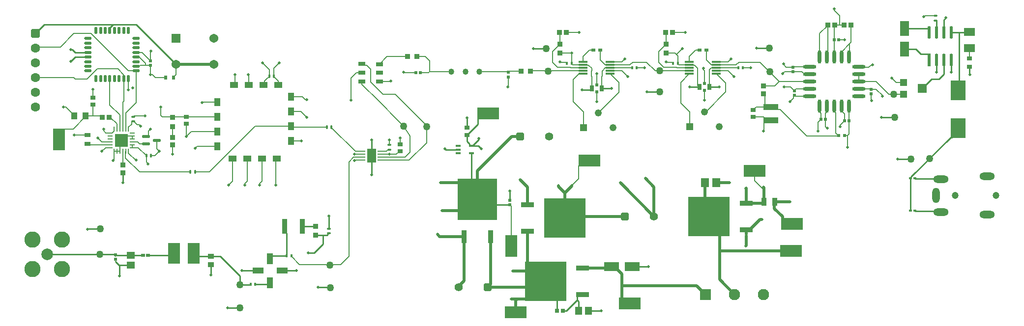
<source format=gbr>
G04*
G04 #@! TF.GenerationSoftware,Altium Limited,Altium Designer,25.5.2 (35)*
G04*
G04 Layer_Physical_Order=1*
G04 Layer_Color=255*
%FSLAX44Y44*%
%MOMM*%
G71*
G04*
G04 #@! TF.SameCoordinates,F6FF292E-385D-4CED-94FC-DDC138C61579*
G04*
G04*
G04 #@! TF.FilePolarity,Positive*
G04*
G01*
G75*
%ADD13C,0.1524*%
%ADD17C,0.2540*%
%ADD19R,0.9000X0.9700*%
%ADD20R,0.6600X0.6200*%
%ADD21R,0.5200X0.5600*%
%ADD22R,1.4700X1.2000*%
%ADD23R,2.0000X3.6000*%
%ADD24R,0.7000X0.2500*%
%ADD25R,1.6500X2.3800*%
G04:AMPARAMS|DCode=26|XSize=0.614mm|YSize=0.414mm|CornerRadius=0.1035mm|HoleSize=0mm|Usage=FLASHONLY|Rotation=90.000|XOffset=0mm|YOffset=0mm|HoleType=Round|Shape=RoundedRectangle|*
%AMROUNDEDRECTD26*
21,1,0.6140,0.2070,0,0,90.0*
21,1,0.4070,0.4140,0,0,90.0*
1,1,0.2070,0.1035,0.2035*
1,1,0.2070,0.1035,-0.2035*
1,1,0.2070,-0.1035,-0.2035*
1,1,0.2070,-0.1035,0.2035*
%
%ADD26ROUNDEDRECTD26*%
%ADD27R,1.8288X1.0160*%
%ADD28R,1.0500X0.9000*%
%ADD29R,0.9500X0.8500*%
%ADD30R,1.3208X1.0160*%
%ADD31R,1.1430X0.7620*%
%ADD32R,0.9500X2.2000*%
%ADD33R,0.4725X0.5153*%
%ADD34R,0.9000X0.7500*%
G04:AMPARAMS|DCode=35|XSize=0.614mm|YSize=0.414mm|CornerRadius=0.1035mm|HoleSize=0mm|Usage=FLASHONLY|Rotation=0.000|XOffset=0mm|YOffset=0mm|HoleType=Round|Shape=RoundedRectangle|*
%AMROUNDEDRECTD35*
21,1,0.6140,0.2070,0,0,0.0*
21,1,0.4070,0.4140,0,0,0.0*
1,1,0.2070,0.2035,-0.1035*
1,1,0.2070,-0.2035,-0.1035*
1,1,0.2070,-0.2035,0.1035*
1,1,0.2070,0.2035,0.1035*
%
%ADD35ROUNDEDRECTD35*%
G04:AMPARAMS|DCode=36|XSize=0.4mm|YSize=0.85mm|CornerRadius=0.05mm|HoleSize=0mm|Usage=FLASHONLY|Rotation=90.000|XOffset=0mm|YOffset=0mm|HoleType=Round|Shape=RoundedRectangle|*
%AMROUNDEDRECTD36*
21,1,0.4000,0.7500,0,0,90.0*
21,1,0.3000,0.8500,0,0,90.0*
1,1,0.1000,0.3750,0.1500*
1,1,0.1000,0.3750,-0.1500*
1,1,0.1000,-0.3750,-0.1500*
1,1,0.1000,-0.3750,0.1500*
%
%ADD36ROUNDEDRECTD36*%
%ADD37R,0.8121X0.7581*%
%ADD38R,0.2425X0.9096*%
G04:AMPARAMS|DCode=39|XSize=0.9096mm|YSize=0.2425mm|CornerRadius=0.1212mm|HoleSize=0mm|Usage=FLASHONLY|Rotation=90.000|XOffset=0mm|YOffset=0mm|HoleType=Round|Shape=RoundedRectangle|*
%AMROUNDEDRECTD39*
21,1,0.9096,0.0000,0,0,90.0*
21,1,0.6672,0.2425,0,0,90.0*
1,1,0.2425,0.0000,0.3336*
1,1,0.2425,0.0000,-0.3336*
1,1,0.2425,0.0000,-0.3336*
1,1,0.2425,0.0000,0.3336*
%
%ADD39ROUNDEDRECTD39*%
%ADD40R,1.0000X0.8000*%
%ADD41R,0.9400X0.8600*%
G04:AMPARAMS|DCode=42|XSize=1.29mm|YSize=0.5mm|CornerRadius=0.125mm|HoleSize=0mm|Usage=FLASHONLY|Rotation=0.000|XOffset=0mm|YOffset=0mm|HoleType=Round|Shape=RoundedRectangle|*
%AMROUNDEDRECTD42*
21,1,1.2900,0.2500,0,0,0.0*
21,1,1.0400,0.5000,0,0,0.0*
1,1,0.2500,0.5200,-0.1250*
1,1,0.2500,-0.5200,-0.1250*
1,1,0.2500,-0.5200,0.1250*
1,1,0.2500,0.5200,0.1250*
%
%ADD42ROUNDEDRECTD42*%
G04:AMPARAMS|DCode=43|XSize=0.2425mm|YSize=0.9096mm|CornerRadius=0.1212mm|HoleSize=0mm|Usage=FLASHONLY|Rotation=90.000|XOffset=0mm|YOffset=0mm|HoleType=Round|Shape=RoundedRectangle|*
%AMROUNDEDRECTD43*
21,1,0.2425,0.6672,0,0,90.0*
21,1,0.0000,0.9096,0,0,90.0*
1,1,0.2425,0.3336,0.0000*
1,1,0.2425,0.3336,0.0000*
1,1,0.2425,-0.3336,0.0000*
1,1,0.2425,-0.3336,0.0000*
%
%ADD43ROUNDEDRECTD43*%
%ADD44O,1.3000X0.5500*%
%ADD45R,1.0160X1.3208*%
%ADD46R,0.5200X0.5200*%
%ADD47R,1.1500X1.4500*%
%ADD48R,2.6000X1.6000*%
%ADD49R,2.2000X0.9500*%
%ADD50R,0.5588X0.5334*%
%ADD51R,1.4000X1.5000*%
%ADD52R,0.9500X1.4000*%
%ADD53R,0.5000X0.6000*%
%ADD54R,0.5153X0.4725*%
%ADD55R,2.5400X1.0150*%
%ADD56O,2.3000X0.6000*%
%ADD57O,0.6000X2.3000*%
%ADD58R,0.5200X0.5200*%
G04:AMPARAMS|DCode=59|XSize=0.3mm|YSize=1.55mm|CornerRadius=0.0495mm|HoleSize=0mm|Usage=FLASHONLY|Rotation=90.000|XOffset=0mm|YOffset=0mm|HoleType=Round|Shape=RoundedRectangle|*
%AMROUNDEDRECTD59*
21,1,0.3000,1.4510,0,0,90.0*
21,1,0.2010,1.5500,0,0,90.0*
1,1,0.0990,0.7255,0.1005*
1,1,0.0990,0.7255,-0.1005*
1,1,0.0990,-0.7255,-0.1005*
1,1,0.0990,-0.7255,0.1005*
%
%ADD59ROUNDEDRECTD59*%
%ADD60R,0.4000X0.5000*%
%ADD61R,0.8061X0.8582*%
%ADD62R,1.2000X1.2000*%
%ADD63R,0.9000X0.6500*%
G04:AMPARAMS|DCode=64|XSize=2.1692mm|YSize=0.5821mm|CornerRadius=0.2911mm|HoleSize=0mm|Usage=FLASHONLY|Rotation=90.000|XOffset=0mm|YOffset=0mm|HoleType=Round|Shape=RoundedRectangle|*
%AMROUNDEDRECTD64*
21,1,2.1692,0.0000,0,0,90.0*
21,1,1.5870,0.5821,0,0,90.0*
1,1,0.5821,0.0000,0.7935*
1,1,0.5821,0.0000,-0.7935*
1,1,0.5821,0.0000,-0.7935*
1,1,0.5821,0.0000,0.7935*
%
%ADD64ROUNDEDRECTD64*%
%ADD65R,3.8000X2.0300*%
%ADD66C,1.2700*%
%ADD67R,2.0300X3.8000*%
%ADD68R,6.8000X7.2000*%
%ADD69R,0.6000X0.8000*%
%ADD70R,7.2000X6.8000*%
%ADD71R,1.0000X1.2000*%
%ADD72R,0.5000X0.4500*%
G04:AMPARAMS|DCode=73|XSize=0.3556mm|YSize=0.5588mm|CornerRadius=0.0889mm|HoleSize=0mm|Usage=FLASHONLY|Rotation=0.000|XOffset=0mm|YOffset=0mm|HoleType=Round|Shape=RoundedRectangle|*
%AMROUNDEDRECTD73*
21,1,0.3556,0.3810,0,0,0.0*
21,1,0.1778,0.5588,0,0,0.0*
1,1,0.1778,0.0889,-0.1905*
1,1,0.1778,-0.0889,-0.1905*
1,1,0.1778,-0.0889,0.1905*
1,1,0.1778,0.0889,0.1905*
%
%ADD73ROUNDEDRECTD73*%
%ADD74R,1.9000X1.4000*%
%ADD75R,0.6350X0.6096*%
%ADD76R,1.5000X1.6000*%
%ADD77R,0.8065X0.8682*%
%ADD78R,0.7620X1.0160*%
%ADD79R,0.9000X0.8500*%
%ADD80R,0.5821X2.1692*%
%ADD81R,1.6000X2.6000*%
%ADD82O,0.5500X1.3000*%
%ADD83R,1.0160X1.8288*%
%ADD84R,0.9300X0.8900*%
%ADD85R,0.9000X2.5000*%
%ADD86R,2.5000X3.5000*%
%ADD87R,0.6500X0.6500*%
%ADD101R,2.2000X2.2000*%
%ADD130R,1.5400X1.5400*%
%ADD131C,1.5400*%
%ADD144C,0.2032*%
%ADD145C,0.5080*%
%ADD146C,2.8000*%
%ADD147C,1.4000*%
%ADD148C,1.6000*%
%ADD149O,1.3080X2.6160*%
%ADD150C,1.9500*%
G04:AMPARAMS|DCode=151|XSize=1.4mm|YSize=1.4mm|CornerRadius=0.35mm|HoleSize=0mm|Usage=FLASHONLY|Rotation=180.000|XOffset=0mm|YOffset=0mm|HoleType=Round|Shape=RoundedRectangle|*
%AMROUNDEDRECTD151*
21,1,1.4000,0.7000,0,0,180.0*
21,1,0.7000,1.4000,0,0,180.0*
1,1,0.7000,-0.3500,0.3500*
1,1,0.7000,0.3500,0.3500*
1,1,0.7000,0.3500,-0.3500*
1,1,0.7000,-0.3500,-0.3500*
%
%ADD151ROUNDEDRECTD151*%
%ADD152R,1.9500X1.9500*%
%ADD153O,2.6160X1.3080*%
%ADD154C,1.2000*%
%ADD155C,1.2220*%
%ADD156R,1.2220X1.2220*%
G04:AMPARAMS|DCode=157|XSize=1.6mm|YSize=1.6mm|CornerRadius=0.4mm|HoleSize=0mm|Usage=FLASHONLY|Rotation=270.000|XOffset=0mm|YOffset=0mm|HoleType=Round|Shape=RoundedRectangle|*
%AMROUNDEDRECTD157*
21,1,1.6000,0.8000,0,0,270.0*
21,1,0.8000,1.6000,0,0,270.0*
1,1,0.8000,-0.4000,-0.4000*
1,1,0.8000,-0.4000,0.4000*
1,1,0.8000,0.4000,0.4000*
1,1,0.8000,0.4000,-0.4000*
%
%ADD157ROUNDEDRECTD157*%
%ADD158C,2.0000*%
%ADD159C,1.0300*%
%ADD160C,0.5000*%
D13*
X1144698Y693166D02*
G03*
X1143682Y692150I0J-1016D01*
G01*
X1110056D02*
G03*
X1108217Y690311I0J-1839D01*
G01*
X1146532Y693166D02*
X1237526D01*
X733932Y597408D02*
X735456Y595884D01*
X796100D01*
X804100Y594884D02*
Y595884D01*
Y594884D02*
X844876Y554108D01*
X858998D01*
X967994Y596646D02*
Y598170D01*
X913638Y652526D02*
X967994Y598170D01*
Y569214D02*
Y596900D01*
X937888Y539108D02*
X967994Y569214D01*
X892302Y652526D02*
X913638D01*
X922020Y566736D02*
Y577596D01*
X903868Y549093D02*
X915627D01*
X921270Y554736D01*
X922020D01*
X903853Y549108D02*
X903868Y549093D01*
X886998Y544108D02*
X930696D01*
X939038Y552450D01*
Y580644D01*
X926481Y599548D02*
X928370Y597916D01*
X919865Y606421D02*
X926049Y599980D01*
X885441Y640845D02*
X919853Y606433D01*
X926049Y599980D02*
X926481Y599548D01*
X919853Y606433D02*
X919865Y606421D01*
X928370Y597916D02*
X939038Y580644D01*
X843989Y538916D02*
X858806D01*
X858998Y539108D01*
X843797Y538725D02*
X843989Y538916D01*
X843280Y549148D02*
X843320Y549108D01*
X858998D01*
X886998D02*
X903853D01*
X871236Y673593D02*
Y695455D01*
Y673593D02*
X892302Y652526D01*
X886998Y539108D02*
X937888D01*
X856504Y674881D02*
X856608Y674777D01*
Y669678D02*
X885441Y640845D01*
X885441D01*
X856608Y669678D02*
Y674777D01*
X902076Y557340D02*
X903224D01*
X898844Y554108D02*
X902076Y557340D01*
X886998Y554108D02*
X898844D01*
X427678Y537972D02*
X429452Y539746D01*
X493012Y546608D02*
X499872D01*
X429452Y539746D02*
Y554228D01*
X499872Y546608D02*
X507492Y554228D01*
X429452D02*
X434452D01*
X502832Y558888D02*
Y573428D01*
Y558888D02*
X507492Y554228D01*
X393192Y646588D02*
Y660908D01*
X1517896Y411226D02*
X1519936Y409186D01*
X1260838Y639996D02*
X1260856Y639978D01*
X1446276Y642366D02*
Y659257D01*
X1530096Y613506D02*
X1547526D01*
X1547876Y589026D02*
X1548638Y589788D01*
Y603768D01*
X1654556Y596646D02*
X1657096Y594106D01*
X1548638Y603768D02*
X1552951Y608081D01*
X1560576D01*
X1657313Y594106D02*
X1657578Y593842D01*
X1657096Y594106D02*
X1657313D01*
X1692783Y561213D02*
Y581406D01*
X1687416D02*
X1692783D01*
X1692656Y561086D02*
X1692783Y561213D01*
Y581406D02*
X1695196Y583819D01*
X1547526Y613506D02*
X1552951Y608081D01*
X1599616Y660666D02*
X1601216Y659066D01*
Y658852D02*
Y659066D01*
X1604156Y662006D01*
X1594842Y665226D02*
X1599401Y660666D01*
X1583436Y665226D02*
X1594842D01*
X1599401Y660666D02*
X1599616D01*
X1604156Y662006D02*
X1627296D01*
X1654556Y596646D02*
Y609346D01*
Y619955D01*
X1657096Y622495D01*
Y632206D01*
X1733296Y641957D02*
Y653820D01*
Y641957D02*
X1733839Y641414D01*
X1260856Y668655D02*
Y688086D01*
X1209676Y705866D02*
Y706366D01*
X1303956Y693246D02*
X1314196Y683006D01*
X1284106Y693246D02*
X1303956D01*
X1446276Y671195D02*
Y693166D01*
X1443736Y695706D02*
Y696512D01*
Y695706D02*
X1446276Y693166D01*
X1329816Y698246D02*
X1342746D01*
X1342806Y698306D01*
X1443736Y696512D02*
X1444770Y697546D01*
X1381255Y707604D02*
X1391318D01*
X1392556Y705866D02*
Y706366D01*
X1198375Y707604D02*
X1208438D01*
X1197359Y708620D02*
X1198375Y707604D01*
X1208438D02*
X1209676Y706366D01*
X1208447Y759206D02*
X1230376D01*
X1284106Y708246D02*
X1303876D01*
X1391318Y707604D02*
X1392556Y706366D01*
X1380239Y708620D02*
X1381255Y707604D01*
X1466986Y708246D02*
X1486756D01*
X1308848Y713223D02*
X1308853D01*
X1391327Y759206D02*
X1413256D01*
X1466986Y693246D02*
X1486836D01*
X1497076Y683006D01*
X1525626Y698246D02*
X1525686Y698306D01*
X1512696Y698246D02*
X1525626D01*
X1587270Y699492D02*
X1598676D01*
X1599290Y700106D01*
X1713152Y699250D02*
X1729508D01*
X1599290Y700106D02*
X1627296D01*
X1712296D02*
X1713152Y699250D01*
X1776636Y672686D02*
X1788956D01*
X1768856Y680466D02*
X1776636Y672686D01*
X1871209Y690880D02*
X1871472D01*
X1871114Y690974D02*
X1871209Y690880D01*
X1582409Y704353D02*
X1587270Y699492D01*
X1582409Y704353D02*
Y705285D01*
X1491728Y713223D02*
X1491733D01*
X1677367Y746506D02*
X1687576D01*
X1729508Y699250D02*
X1733920Y703661D01*
X1735988D01*
X1824228Y786638D02*
X1825688Y788098D01*
X1844548D01*
X886983Y674881D02*
X906033D01*
X906288Y675135D01*
X903224Y565340D02*
Y573532D01*
X1260856Y639978D02*
Y656717D01*
X1695196Y583819D02*
Y632206D01*
X1303876Y708246D02*
X1308853Y713223D01*
X1871218Y691134D02*
X1871472Y690880D01*
X1486756Y708246D02*
X1491733Y713223D01*
X485012Y536068D02*
X488215Y532865D01*
Y532192D02*
Y532865D01*
X485012Y536068D02*
Y546608D01*
X487369Y579928D02*
X489070Y581629D01*
X484632Y579928D02*
X487369D01*
X489070Y581629D02*
Y589146D01*
X492252Y592328D01*
X1113536Y390906D02*
Y459272D01*
X1110996Y461812D02*
Y462026D01*
Y461812D02*
X1113536Y459272D01*
X837708Y680723D02*
X847105Y690121D01*
X856504D01*
X837708Y642115D02*
Y680723D01*
X1110056Y692150D02*
X1131396D01*
X859551Y702313D02*
X864378D01*
X871236Y695455D01*
X856504Y705361D02*
X859551Y702313D01*
X1466986Y688246D02*
X1483106Y672126D01*
X1448562Y622046D02*
X1483106Y656590D01*
Y672126D01*
X1446276Y622046D02*
X1448562D01*
X1420876Y596646D02*
Y622046D01*
X1263650Y620522D02*
X1298956Y655828D01*
Y673396D01*
X1238250Y621792D02*
X1238250Y595122D01*
X1587434Y674878D02*
X1587606Y674706D01*
X1627296D01*
X1505238Y707958D02*
X1541795D01*
X1500526Y703246D02*
X1505238Y707958D01*
X1466986Y703246D02*
X1500526D01*
X1541795Y707958D02*
X1575047Y674706D01*
X1579438Y674878D02*
X1587434D01*
X1579266Y674706D02*
X1579438Y674878D01*
X1575047Y674706D02*
X1579266D01*
X1567236Y666896D02*
X1575047Y674706D01*
X1547876Y666896D02*
X1567236D01*
X1449705Y711897D02*
X1458158Y703444D01*
X1449705Y711897D02*
Y728726D01*
X1466788Y703444D02*
X1466986Y703246D01*
X1458158Y703444D02*
X1466788D01*
X1658457Y771597D02*
Y771906D01*
Y728279D02*
Y771906D01*
X1644396Y757536D02*
X1658457Y771597D01*
X1644396Y717206D02*
Y757536D01*
X1657096Y726917D02*
X1658457Y728279D01*
X1657096Y717206D02*
Y726917D01*
X1712296Y662006D02*
X1732682D01*
X1733296Y661392D01*
X1742210D01*
X1753616Y649986D01*
X1753535D02*
X1753616D01*
X1752603Y649054D02*
X1753535Y649986D01*
X1598676Y691920D02*
X1614282D01*
X1584730D02*
X1598676D01*
X1614282D02*
X1618796Y687406D01*
X1627296D01*
X1601216Y651066D02*
Y651280D01*
X1599616Y649680D02*
X1601216Y651280D01*
Y651066D02*
X1602816Y649466D01*
X1627136D01*
X1627296Y649306D01*
X1599616Y645846D02*
Y649680D01*
X1466986Y698246D02*
X1504696D01*
X1580896Y688086D02*
X1584730Y691920D01*
X1593596Y639826D02*
X1599616Y645846D01*
X1593596Y639551D02*
Y639826D01*
X1532636Y503576D02*
Y520446D01*
Y503576D02*
X1548786Y487426D01*
X1466788Y698048D02*
X1466986Y698246D01*
X1458158Y698048D02*
X1466788D01*
X1454785Y694675D02*
X1458158Y698048D01*
X1284106Y698246D02*
X1321816D01*
X1283908Y698048D02*
X1284106Y698246D01*
X1275278Y698048D02*
X1283908D01*
X1269911Y692681D02*
X1275278Y698048D01*
X1269911Y692681D02*
X1270508Y692084D01*
X1454785Y665226D02*
Y694675D01*
X1270508Y684088D02*
Y692084D01*
X1269365Y682945D02*
X1270508Y684088D01*
X1269365Y662686D02*
Y682945D01*
X1679367Y771906D02*
X1686397D01*
X1679367D02*
Y787735D01*
X1672336Y771906D02*
X1679367D01*
X1669796Y797306D02*
X1679367Y787735D01*
X1672014Y770545D02*
X1672336D01*
X1671655Y771225D02*
X1672336Y771906D01*
X1669796Y768327D02*
X1672014Y770545D01*
X1669796Y797306D02*
Y799846D01*
Y746506D02*
Y768327D01*
Y717206D02*
Y746506D01*
X1687576Y606806D02*
Y618626D01*
X1682496Y623706D02*
Y632206D01*
X1644396Y622495D02*
Y632206D01*
Y622495D02*
X1646985Y619906D01*
X1682496Y623706D02*
X1687576Y618626D01*
X1646985Y609346D02*
Y619906D01*
X1687362Y606806D02*
X1687576D01*
X1641856Y604217D02*
X1646985Y609346D01*
X1679956Y599400D02*
X1687362Y606806D01*
X1679956Y596646D02*
Y599400D01*
X1641856Y589026D02*
Y604217D01*
X1400621Y723711D02*
X1408176Y731266D01*
X1400621Y723581D02*
Y723711D01*
X1400556Y705866D02*
Y718723D01*
X1398159Y721119D02*
X1400621Y723581D01*
X1398159Y721119D02*
X1400556Y718723D01*
X1395763Y723516D02*
X1398159Y721119D01*
X1380236Y723516D02*
X1395763D01*
X1429314Y703048D02*
X1434719Y697643D01*
X1420684Y703048D02*
X1429314D01*
X1420486Y703246D02*
X1420684Y703048D01*
X1402676Y703246D02*
X1420486D01*
X1400556Y705366D02*
X1402676Y703246D01*
X1219796D02*
X1237606D01*
X1217676Y705366D02*
X1219796Y703246D01*
X1217676Y705866D02*
Y723646D01*
X1252347Y693227D02*
Y697135D01*
X1251204Y692084D02*
X1252347Y693227D01*
X1246434Y703048D02*
X1252347Y697135D01*
X1237804Y703048D02*
X1246434D01*
X1237606Y703246D02*
X1237804Y703048D01*
X1434719Y668274D02*
X1437767Y665226D01*
X1434719Y668274D02*
Y697643D01*
X1252347Y662686D02*
Y682945D01*
X1251204Y684088D02*
X1252347Y682945D01*
X1251204Y684088D02*
Y692084D01*
X1239306Y538226D02*
X1248156D01*
X1229918Y528838D02*
X1239306Y538226D01*
X1229918Y507411D02*
Y528838D01*
X1217683Y495176D02*
X1229918Y507411D01*
X1197356Y723516D02*
X1197486Y723646D01*
X1217676D01*
X1763873Y652686D02*
X1788956D01*
X1712296Y674706D02*
Y687406D01*
Y674706D02*
X1741853D01*
X1763873Y652686D01*
X1698915Y742125D02*
Y771906D01*
X1696375Y739585D02*
X1698915Y742125D01*
X1696375Y728837D02*
Y739585D01*
X1682496Y725706D02*
X1696375Y739585D01*
X1696052Y728515D02*
X1696375Y728837D01*
X1696052Y718062D02*
Y728515D01*
X1682496Y717206D02*
Y725706D01*
X1695196Y717206D02*
X1696052Y718062D01*
X1831133Y766318D02*
X1833118Y764333D01*
X1669796Y623115D02*
Y632206D01*
Y623115D02*
X1672336Y620575D01*
Y585978D02*
Y620575D01*
Y585978D02*
X1674495Y583819D01*
X1674785D01*
X1674960Y583644D01*
X1675678D01*
X1677289Y582033D01*
X1676035Y580779D02*
X1677289Y582033D01*
X1622163Y580779D02*
X1676035D01*
X1547876Y653396D02*
X1550416Y650856D01*
Y630931D02*
Y650856D01*
X1560576Y630931D02*
X1564889Y626618D01*
X1576324D01*
X1622163Y580779D01*
X1535521Y630931D02*
X1550416D01*
X1533834Y629244D02*
X1535521Y630931D01*
X1533834Y628494D02*
Y629244D01*
X1530846Y625506D02*
X1533834Y628494D01*
X1530096Y625506D02*
X1530846D01*
X294132Y681228D02*
X360172D01*
X362712Y678688D01*
X383032D01*
X380492Y615188D02*
X393129D01*
X393192Y615252D01*
Y634588D01*
X393129Y615188D02*
X405765D01*
X408305Y612648D01*
X294132Y732028D02*
X296374Y734270D01*
X337014D01*
X360172Y757428D01*
X389449D01*
X423799Y612394D02*
Y612648D01*
Y612394D02*
X434452Y601741D01*
Y592253D02*
Y601741D01*
X389449Y757428D02*
X453929Y692948D01*
X436372Y696468D02*
X445890Y686950D01*
Y679770D02*
Y686950D01*
Y679770D02*
X446212Y679448D01*
X454152Y660908D02*
X454206Y660854D01*
X454152Y660908D02*
X454212Y660968D01*
X454206Y660099D02*
Y660854D01*
X454212Y660968D02*
Y679448D01*
X453929Y692948D02*
X467712D01*
X400812Y696468D02*
X436372D01*
X383032Y678688D02*
X400812Y696468D01*
X473669Y566928D02*
X484632D01*
X469856Y570741D02*
X473669Y566928D01*
X460964Y570741D02*
X469856D01*
X568832Y517520D02*
Y518668D01*
X956961Y690054D02*
X971180D01*
X972517Y691391D01*
X1193361Y698968D02*
X1200528D01*
X1200528Y698968D01*
X1215212D01*
X1184656Y707673D02*
X1193361Y698968D01*
X1184656Y707673D02*
Y726566D01*
X1197106Y739016D01*
X1197356D01*
Y759206D01*
X1220399Y639642D02*
Y678468D01*
Y639642D02*
X1220804Y639238D01*
X1220399Y678468D02*
X1230376Y688444D01*
X1220804Y639238D02*
X1238250Y621792D01*
X1284106Y688246D02*
X1298956Y673396D01*
X1405636Y637286D02*
Y673396D01*
X1420486Y688246D01*
X1405636Y637286D02*
X1420876Y622046D01*
X1215212Y698968D02*
X1215934Y698246D01*
X1237606D01*
X1237526Y693166D02*
X1237606Y693246D01*
X1284106Y703246D02*
X1317646D01*
X1346804Y707958D02*
X1361596Y693166D01*
X1376241Y698968D02*
X1383408D01*
X1237606Y708246D02*
Y718176D01*
X1248156Y728726D01*
X1254887D01*
X1266825Y711897D02*
Y728726D01*
Y711897D02*
X1275278Y703444D01*
X1283908D01*
X1284106Y703246D01*
X1317646D02*
X1322358Y707958D01*
X1346804D01*
X1367536Y707673D02*
Y726566D01*
Y707673D02*
X1376241Y698968D01*
X1367536Y726566D02*
X1379986Y739016D01*
X1383408Y698968D02*
X1383408Y698968D01*
X1398092D01*
X1361596Y693166D02*
X1420406D01*
X1398092Y698968D02*
X1398814Y698246D01*
X1420486D01*
X1420406Y693166D02*
X1420486Y693246D01*
X1379986Y739016D02*
X1380236D01*
Y759206D01*
X1420486Y708246D02*
Y718176D01*
X1431036Y728726D01*
X1437767D01*
X1902968Y714778D02*
Y731998D01*
D17*
X530079Y375121D02*
X532910Y377952D01*
X488317Y375121D02*
X530079D01*
X432054Y363982D02*
X438876Y357160D01*
X432054Y373978D02*
Y374178D01*
X430724Y375508D02*
X432054Y374178D01*
Y375122D02*
X457962D01*
X314452Y376428D02*
X429236D01*
X430156Y375508D01*
X430724D01*
X432054Y373978D02*
Y375122D01*
X457962D02*
X457963Y375121D01*
X595884Y340868D02*
Y359018D01*
X571482Y373380D02*
X612140D01*
X646430Y339090D01*
Y324358D02*
Y339090D01*
Y324513D02*
X664817D01*
X566910Y377952D02*
X571482Y373380D01*
X457963Y375121D02*
X479517D01*
X438658Y339598D02*
X438876Y339816D01*
Y357922D01*
X457962D01*
X432054Y363982D02*
Y364744D01*
X872998Y573278D02*
X873252Y573532D01*
X872998Y546608D02*
Y573278D01*
X872786Y514173D02*
X873075D01*
X873252Y514350D01*
X872998Y514604D02*
X873252Y514350D01*
X872998Y514604D02*
Y546608D01*
X649732Y348488D02*
X677291D01*
X444372Y516998D02*
X444755Y516615D01*
Y499984D02*
Y516615D01*
X718693Y348488D02*
X743712D01*
X799592Y422148D02*
Y442448D01*
X1000356Y557426D02*
X1022096D01*
X999236Y558546D02*
X1000356Y557426D01*
X1037336Y595296D02*
Y611886D01*
X355092Y709168D02*
X362872Y716948D01*
X384712D01*
X1246746Y279146D02*
X1268476D01*
X1322256Y355346D02*
X1349756D01*
X1110996Y469597D02*
Y485335D01*
X1111127Y485465D01*
X1902968Y686816D02*
X1903222Y686562D01*
X1902968Y686816D02*
Y700278D01*
X1845818Y690880D02*
Y712202D01*
X1871218Y691134D02*
Y712202D01*
X384302Y420370D02*
X405638D01*
X384048Y420116D02*
X384302Y420370D01*
X624840Y284226D02*
X625094Y284480D01*
X646430D01*
X1151636Y731520D02*
X1173988D01*
X1346962Y657098D02*
X1369314D01*
X1536011Y731987D02*
X1558363D01*
X1751330Y612648D02*
X1773682D01*
X1779016Y540766D02*
X1801622D01*
X801251Y319651D02*
X801624Y319278D01*
X781034Y320024D02*
X781407Y319651D01*
X801251D01*
X355092Y729488D02*
X357841D01*
X362381Y724948D01*
X384712D01*
X1064592Y462026D02*
X1110996D01*
X1044596Y482022D02*
Y550926D01*
X672769Y325120D02*
X695325D01*
X697992Y327787D01*
X1064808Y619252D02*
X1073658D01*
X1055928Y610372D02*
X1064808Y619252D01*
X1055928Y601078D02*
Y610372D01*
X1037606Y582756D02*
X1055928Y601078D01*
X1037336Y582756D02*
X1037606D01*
X1046846Y563926D02*
X1056848D01*
X1042346D02*
X1044596D01*
X1046846D01*
X1041616Y564656D02*
X1042346Y563926D01*
X1041616Y564656D02*
Y566906D01*
X1037336Y571186D02*
X1041616Y566906D01*
X1046846Y563926D02*
X1057656Y574736D01*
Y576326D01*
X1037336Y571186D02*
Y582756D01*
X1056848Y563926D02*
X1061720Y559054D01*
X789432Y394208D02*
Y409338D01*
X764032Y378968D02*
X774192D01*
X789432Y394208D01*
X1852825Y507137D02*
X1853434Y506528D01*
X1809089Y507137D02*
X1852825D01*
X1808480Y507746D02*
X1809089Y507137D01*
X1881632Y588102D02*
Y593102D01*
X1871926Y578396D02*
X1881632Y588102D01*
X1870429Y578396D02*
X1871926D01*
X1802210Y510177D02*
X1870429Y578396D01*
X1802210Y508726D02*
Y510177D01*
X1801230Y507746D02*
X1802210Y508726D01*
X1800980Y507746D02*
X1801230D01*
X1800980D02*
X1801107Y507619D01*
Y451993D02*
Y507619D01*
Y451993D02*
X1801234Y451866D01*
X1852076Y450886D02*
X1853434Y449528D01*
X1809714Y450886D02*
X1852076D01*
X1808734Y451866D02*
X1809714Y450886D01*
X1850246Y679052D02*
X1858518Y687324D01*
X1837322Y679052D02*
X1850246D01*
X1821456Y663186D02*
X1837322Y679052D01*
X1821456Y662686D02*
Y663186D01*
X1858518Y687324D02*
Y712202D01*
X1454785Y665226D02*
X1471676D01*
X1269365Y662686D02*
X1286256D01*
X1845818Y759474D02*
Y779298D01*
X1845018Y780098D02*
X1845818Y779298D01*
X1844548Y780098D02*
X1845018D01*
X1858518Y780796D02*
X1862328Y784606D01*
X1858518Y759474D02*
Y780796D01*
X1420876Y665226D02*
X1437767D01*
X1249807Y660146D02*
X1252347Y662686D01*
X1235456Y660146D02*
X1249807D01*
X1235456Y660146D02*
X1235456Y660146D01*
X1810438Y730318D02*
X1818978Y721778D01*
X1831477D01*
X1833118Y720137D01*
Y712202D02*
Y720137D01*
X1791208Y730318D02*
X1810438D01*
X1833118Y759474D02*
Y764802D01*
X1831602Y766318D02*
X1833118Y764802D01*
X1791208Y766318D02*
X1831602D01*
X1883156Y659626D02*
X1884680Y661150D01*
Y759474D02*
X1902444D01*
X1884680Y661150D02*
Y759474D01*
X1871218D02*
X1884680D01*
X294132Y757428D02*
X309462Y772758D01*
X427495D01*
X423652Y768915D02*
X427495Y772758D01*
X422212Y762448D02*
Y766999D01*
X423652Y768439D01*
Y768915D01*
X427495Y772758D02*
X467642D01*
X535952Y704448D01*
X697992Y369189D02*
Y370078D01*
X701802Y373888D01*
X725912D01*
X776982Y409338D02*
X789432D01*
X795862D01*
X797792Y411268D01*
Y412268D01*
X798592Y413068D01*
X799592D01*
X754132Y424708D02*
X776602D01*
X727012Y373888D02*
Y412828D01*
X723132Y416708D02*
X727012Y412828D01*
X723132Y416708D02*
Y424708D01*
X1208653Y279146D02*
X1227053Y297546D01*
Y303796D01*
Y297546D02*
X1229246Y295352D01*
X1227053Y303796D02*
X1230533Y307276D01*
X1229246Y279146D02*
Y295352D01*
X1230533Y307276D02*
X1236783D01*
X1902444Y759474D02*
X1902968Y759998D01*
X1202276Y279146D02*
X1208653D01*
X1192276D02*
Y310582D01*
X1172783Y330076D02*
X1192276Y310582D01*
D19*
X1130832Y692150D02*
D03*
X1146532D02*
D03*
X934998Y717804D02*
D03*
X950698D02*
D03*
D20*
X488317Y375121D02*
D03*
X479517D02*
D03*
D21*
X432054Y375592D02*
D03*
Y367792D02*
D03*
D22*
X457962Y375122D02*
D03*
Y357922D02*
D03*
D23*
X532910Y377952D02*
D03*
X566910D02*
D03*
D24*
X886998Y539108D02*
D03*
X858998Y544108D02*
D03*
Y554108D02*
D03*
X886998Y544108D02*
D03*
Y554108D02*
D03*
Y549108D02*
D03*
X858998D02*
D03*
Y539108D02*
D03*
D25*
X872998Y546608D02*
D03*
D26*
X804100Y595884D02*
D03*
X493012Y546608D02*
D03*
X704912Y683768D02*
D03*
X485012Y546608D02*
D03*
X696912Y683768D02*
D03*
X560832Y518668D02*
D03*
X568832D02*
D03*
X796100Y595884D02*
D03*
D27*
X677291Y348488D02*
D03*
X718693D02*
D03*
D28*
X595884Y359018D02*
D03*
Y373518D02*
D03*
D29*
X444372Y516998D02*
D03*
X1547876Y666896D02*
D03*
Y653396D02*
D03*
X444372Y530498D02*
D03*
D30*
X633602Y541528D02*
D03*
X659002D02*
D03*
X684402D02*
D03*
X709802D02*
D03*
X661542Y668528D02*
D03*
X636142D02*
D03*
X712342D02*
D03*
X686942D02*
D03*
D31*
X886983Y674881D02*
D03*
X856504Y690121D02*
D03*
Y674881D02*
D03*
Y705361D02*
D03*
X886983Y690121D02*
D03*
X886654Y704646D02*
D03*
D32*
X1032323Y407496D02*
D03*
X1077923D02*
D03*
D33*
X1110996Y469597D02*
D03*
X492252Y710414D02*
D03*
X1601216Y658852D02*
D03*
X1733296Y653820D02*
D03*
X1598676Y699492D02*
D03*
X1110996Y462026D02*
D03*
X492252Y702842D02*
D03*
X1733296Y661392D02*
D03*
X1601216Y651280D02*
D03*
X1598676Y691920D02*
D03*
D34*
X922020Y566736D02*
D03*
X393192Y646588D02*
D03*
X553592Y601568D02*
D03*
X1530096Y613506D02*
D03*
X922020Y554736D02*
D03*
X1530096Y625506D02*
D03*
X393192Y634588D02*
D03*
X553592Y613568D02*
D03*
D35*
X799592Y421068D02*
D03*
X462152Y614108D02*
D03*
X1844548Y788098D02*
D03*
X903224Y565340D02*
D03*
X462152Y606108D02*
D03*
X903224Y557340D02*
D03*
X1844548Y780098D02*
D03*
X799592Y413068D02*
D03*
D36*
X1022096Y557426D02*
D03*
X1044596Y550926D02*
D03*
Y563926D02*
D03*
X1022096D02*
D03*
Y550926D02*
D03*
D37*
X1037336Y595296D02*
D03*
Y582756D02*
D03*
D38*
X429452Y554228D02*
D03*
D39*
X434452D02*
D03*
X439452D02*
D03*
X454452D02*
D03*
Y592253D02*
D03*
X429452D02*
D03*
X434452D02*
D03*
X439452D02*
D03*
X444452D02*
D03*
X449452D02*
D03*
Y554228D02*
D03*
X444452D02*
D03*
D40*
X383412Y582048D02*
D03*
Y567048D02*
D03*
D41*
X530352Y565808D02*
D03*
Y578208D02*
D03*
D42*
X502832Y573428D02*
D03*
X484632Y579928D02*
D03*
Y566928D02*
D03*
D43*
X460964Y580741D02*
D03*
Y575741D02*
D03*
Y560741D02*
D03*
Y565740D02*
D03*
X422939Y570741D02*
D03*
Y585741D02*
D03*
Y560741D02*
D03*
Y565740D02*
D03*
Y575741D02*
D03*
Y580741D02*
D03*
X460964Y585741D02*
D03*
Y570741D02*
D03*
D44*
X384712Y716948D02*
D03*
X467712Y724948D02*
D03*
Y716948D02*
D03*
Y700948D02*
D03*
X384712Y724948D02*
D03*
Y748948D02*
D03*
Y740948D02*
D03*
Y732948D02*
D03*
Y708948D02*
D03*
Y700948D02*
D03*
Y692948D02*
D03*
X467712D02*
D03*
Y708948D02*
D03*
Y732948D02*
D03*
Y740948D02*
D03*
Y748948D02*
D03*
D45*
X606932Y563118D02*
D03*
Y588518D02*
D03*
X733932Y572008D02*
D03*
Y622808D02*
D03*
X606932Y639318D02*
D03*
X733932Y648208D02*
D03*
Y597408D02*
D03*
X606932Y613918D02*
D03*
D46*
X948961Y690054D02*
D03*
X956961D02*
D03*
D47*
X1246746Y279146D02*
D03*
X1229246D02*
D03*
D48*
X1322256Y355346D02*
D03*
X1286256D02*
D03*
D49*
X1141483Y462156D02*
D03*
X1517896Y418906D02*
D03*
X1236783Y352876D02*
D03*
X1517896Y464506D02*
D03*
X1236783Y307276D02*
D03*
X1141483Y416556D02*
D03*
D50*
X1260856Y656717D02*
D03*
X1446276Y659257D02*
D03*
X1260856Y668655D02*
D03*
X1446276Y671195D02*
D03*
D51*
X1466596Y500126D02*
D03*
X1447596D02*
D03*
D52*
X1567286Y467106D02*
D03*
X1548786D02*
D03*
D53*
X1687416Y581406D02*
D03*
X1677416D02*
D03*
D54*
X1695147Y606806D02*
D03*
X1654556Y609346D02*
D03*
X1677367Y746506D02*
D03*
X1687576Y606806D02*
D03*
X1669796Y746506D02*
D03*
X1646985Y609346D02*
D03*
D55*
X1560576Y608081D02*
D03*
Y630931D02*
D03*
D56*
X1627296Y662006D02*
D03*
Y700106D02*
D03*
X1712296D02*
D03*
X1627296Y674706D02*
D03*
Y687406D02*
D03*
Y649306D02*
D03*
X1712296Y662006D02*
D03*
Y674706D02*
D03*
Y687406D02*
D03*
Y649306D02*
D03*
D57*
X1695196Y632206D02*
D03*
X1657096D02*
D03*
Y717206D02*
D03*
X1644396D02*
D03*
X1669796D02*
D03*
X1682496Y632206D02*
D03*
X1644396D02*
D03*
X1695196Y717206D02*
D03*
X1682496D02*
D03*
X1669796Y632206D02*
D03*
D58*
X1108456Y682498D02*
D03*
Y690498D02*
D03*
D59*
X1284106Y693246D02*
D03*
X1466986D02*
D03*
X1284106Y708246D02*
D03*
X1466986D02*
D03*
Y703246D02*
D03*
X1284106Y698246D02*
D03*
X1466986D02*
D03*
X1237606Y703246D02*
D03*
X1420486D02*
D03*
X1466986Y688246D02*
D03*
X1420486Y698246D02*
D03*
Y693246D02*
D03*
Y688246D02*
D03*
Y708246D02*
D03*
X1237606Y688246D02*
D03*
Y693246D02*
D03*
Y698246D02*
D03*
X1284106Y688246D02*
D03*
Y703246D02*
D03*
X1237606Y708246D02*
D03*
D60*
X1329816Y698246D02*
D03*
X1209676Y705866D02*
D03*
X1392556D02*
D03*
X1512696Y698246D02*
D03*
X1321816D02*
D03*
X1504696D02*
D03*
X1400556Y705866D02*
D03*
X1217676D02*
D03*
D61*
X1208447Y759206D02*
D03*
X1391327D02*
D03*
X409110Y612648D02*
D03*
X421132D02*
D03*
X1196425Y759206D02*
D03*
X1379305D02*
D03*
D62*
X1788956Y672686D02*
D03*
Y652686D02*
D03*
D63*
X1902968Y700278D02*
D03*
Y714778D02*
D03*
D64*
X1871218Y712202D02*
D03*
X1845818D02*
D03*
X1858518D02*
D03*
X1845818Y759474D02*
D03*
X1858518D02*
D03*
X1833118D02*
D03*
X1871218D02*
D03*
D65*
X1597152Y428752D02*
D03*
X1595374Y382524D02*
D03*
X1317752Y291592D02*
D03*
X1073658Y619252D02*
D03*
X1248156Y538226D02*
D03*
X1532636Y520446D02*
D03*
X1121156Y276606D02*
D03*
D66*
X405638Y420370D02*
D03*
X646430Y284480D02*
D03*
X801624Y319278D02*
D03*
X1173988Y731520D02*
D03*
X1369314Y657098D02*
D03*
X1558363Y731987D02*
D03*
X1773682Y612648D02*
D03*
X1801622Y540766D02*
D03*
X967994Y596900D02*
D03*
X928370Y597916D02*
D03*
X1834004Y541570D02*
D03*
X1772412Y652526D02*
D03*
X1558683Y691475D02*
D03*
X1369314Y693166D02*
D03*
X1177036Y692658D02*
D03*
X801097Y358392D02*
D03*
X646430Y324358D02*
D03*
X404876Y376428D02*
D03*
D67*
X1113536Y390906D02*
D03*
X334772Y574548D02*
D03*
D68*
X1055123Y471496D02*
D03*
D69*
X518772Y681228D02*
D03*
X531772D02*
D03*
D70*
X1453896Y441706D02*
D03*
X1205483Y439356D02*
D03*
X1172783Y330076D02*
D03*
D71*
X360492Y615188D02*
D03*
X380492D02*
D03*
D72*
X1808480Y507746D02*
D03*
X1800980D02*
D03*
X1808734Y451866D02*
D03*
X1801234D02*
D03*
D73*
X735076Y373888D02*
D03*
X726948D02*
D03*
X672846Y325120D02*
D03*
X664718D02*
D03*
D74*
X1902968Y731998D02*
D03*
Y759998D02*
D03*
D75*
X1449705Y728726D02*
D03*
X1437767D02*
D03*
X1266825D02*
D03*
X1254887D02*
D03*
D76*
X1821456Y662686D02*
D03*
D77*
X1658457Y771906D02*
D03*
X1686397D02*
D03*
X1670975D02*
D03*
X1698915D02*
D03*
D78*
X1269365Y662686D02*
D03*
X1454785Y665226D02*
D03*
X1252347Y662686D02*
D03*
X1437767Y665226D02*
D03*
D79*
X1380236Y723516D02*
D03*
X1197356D02*
D03*
X776732Y424838D02*
D03*
Y409338D02*
D03*
X1197356Y739016D02*
D03*
X1380236D02*
D03*
D80*
X1833118Y712202D02*
D03*
D81*
X1791208Y730318D02*
D03*
Y766318D02*
D03*
D82*
X398212Y679448D02*
D03*
X406212D02*
D03*
X414212D02*
D03*
X422212D02*
D03*
X430212D02*
D03*
X438212D02*
D03*
X446212D02*
D03*
X454212D02*
D03*
Y762448D02*
D03*
X446212D02*
D03*
X438212D02*
D03*
X430212D02*
D03*
X422212D02*
D03*
X414212D02*
D03*
X406212D02*
D03*
X398212D02*
D03*
D83*
X697992Y327787D02*
D03*
Y369189D02*
D03*
D84*
X530352Y596888D02*
D03*
Y613168D02*
D03*
D85*
X754132Y424708D02*
D03*
X723132D02*
D03*
D86*
X1883156Y594626D02*
D03*
Y659626D02*
D03*
D87*
X1202276Y279146D02*
D03*
X1192276D02*
D03*
D101*
X441952Y573241D02*
D03*
D130*
X535952Y749448D02*
D03*
D131*
X600952D02*
D03*
X535952Y704448D02*
D03*
X600952D02*
D03*
D144*
X965454Y717804D02*
X972978Y710281D01*
X950698Y717804D02*
X965454D01*
X972978Y691851D02*
Y710281D01*
X899811Y717804D02*
X934998D01*
X886654Y704646D02*
X899811Y717804D01*
X842058Y544108D02*
X858998D01*
X833882Y535932D02*
X842058Y544108D01*
X833882Y373126D02*
Y535932D01*
X749092Y358808D02*
X819564D01*
X735012Y372888D02*
Y373888D01*
X819564Y358808D02*
X833882Y373126D01*
X530352Y549148D02*
Y565808D01*
X654812Y495808D02*
Y498695D01*
X626872Y495808D02*
X633602Y502538D01*
X654812Y498695D02*
X659002Y502885D01*
X680212Y495808D02*
Y498695D01*
X684402Y502885D01*
X708152Y495808D02*
Y539878D01*
X659002Y502885D02*
Y541528D01*
X633602Y502538D02*
Y541528D01*
X684402Y502885D02*
Y541528D01*
X708152Y539878D02*
X709802Y541528D01*
X434452Y554228D02*
X439452D01*
X360672Y582048D02*
X383412D01*
X360552Y582168D02*
X360672Y582048D01*
X434452Y580741D02*
X441952Y573241D01*
X439452Y554228D02*
Y570741D01*
X441952Y573241D01*
X460964Y575741D02*
Y580741D01*
X441952Y573241D02*
X449452Y580741D01*
X460964D01*
X462152Y614108D02*
X463232Y615188D01*
X482472D01*
X492252Y710628D02*
Y726948D01*
X553592Y579628D02*
Y601568D01*
X492252Y710414D02*
Y710628D01*
X477932Y724948D02*
X492252Y710628D01*
X467712Y724948D02*
X477932D01*
X492252Y726948D02*
X492833Y727529D01*
X492938D01*
X553592Y579628D02*
X562482Y588518D01*
X572642Y563118D02*
X606932D01*
X568832Y559308D02*
X572642Y563118D01*
X581152Y638048D02*
X582422Y639318D01*
X562482Y588518D02*
X606932D01*
X582422Y639318D02*
X606932D01*
X733932Y572008D02*
X751712D01*
X948801Y690215D02*
X948961Y690054D01*
X751332Y622808D02*
X761492Y612648D01*
X733932Y622808D02*
X751332D01*
X636142Y668528D02*
X637412Y669798D01*
Y686308D01*
X661542Y668528D02*
Y685038D01*
X660272Y686308D02*
X661542Y685038D01*
X704912Y697928D02*
X713612Y706628D01*
X733932Y648208D02*
X753525D01*
X758605Y643128D02*
X761492D01*
X753525Y648208D02*
X758605Y643128D01*
X712225Y668645D02*
Y675466D01*
X704912Y683768D02*
Y697928D01*
Y682778D02*
X712225Y675466D01*
X712342Y668528D02*
X713866D01*
X712225Y668645D02*
X712342Y668528D01*
X1108073Y665675D02*
X1108217Y665820D01*
Y682311D01*
X928131Y690375D02*
X928292Y690215D01*
X948801D01*
X454452Y550892D02*
Y554228D01*
X460964Y560741D02*
Y565740D01*
X401192Y577088D02*
X401788D01*
X408135Y570741D01*
X422939D01*
X466356Y538988D02*
X467232D01*
X454452Y550892D02*
X466356Y538988D01*
X460964Y560741D02*
X470880D01*
X485012Y546608D01*
X467712Y716948D02*
X472380D01*
X467712Y700948D02*
X472401D01*
X474295Y702842D01*
X472380Y716948D02*
X483273Y706055D01*
X474295Y702842D02*
X483273D01*
Y706055D01*
Y702842D02*
X492252D01*
Y686308D02*
X495139D01*
X492252D02*
Y702842D01*
X495139Y686308D02*
X500219Y681228D01*
X518772D01*
X360492Y615188D02*
Y616188D01*
X411352Y589788D02*
Y592328D01*
Y589788D02*
X415400Y585741D01*
X422939D01*
X426275D01*
X429452Y588917D01*
Y592253D01*
X454452D02*
Y595589D01*
X460110Y601246D01*
Y605056D01*
X461162Y606108D01*
X472312Y599948D02*
X474852Y597408D01*
X469312Y599948D02*
X472312D01*
X463152Y606108D02*
X469312Y599948D01*
X461162Y606108D02*
X462152D01*
X463152D01*
X346252Y630428D02*
X360492Y616188D01*
X342552Y630428D02*
X346252D01*
X688642Y670228D02*
Y675498D01*
X685292Y706628D02*
X696912Y695008D01*
Y683768D02*
Y695008D01*
Y682778D02*
Y683768D01*
X695859Y681726D02*
X696912Y682778D01*
X694870Y681726D02*
X695859D01*
X688642Y675498D02*
X694870Y681726D01*
X681354Y672592D02*
X685418Y668528D01*
X686942D02*
X688642Y670228D01*
X685418Y668528D02*
X686942D01*
X439452Y592253D02*
Y617188D01*
X444452Y592253D02*
Y595695D01*
X444684Y595927D01*
Y639398D01*
X446532Y641246D01*
X449452Y592253D02*
Y620268D01*
X467712Y638528D01*
X444372Y530498D02*
X444452Y530578D01*
Y554228D01*
X449220Y542990D02*
Y554228D01*
X334772Y574548D02*
Y583398D01*
X383412Y565740D02*
X422939D01*
X408432Y554228D02*
X414944Y560741D01*
X422939D01*
X334772Y583398D02*
X343906Y592532D01*
X358836D01*
X380492Y614188D01*
Y615188D01*
X422212Y634428D02*
X439452Y617188D01*
X446532Y641246D02*
Y679448D01*
X422212Y634428D02*
Y679448D01*
X449220Y542990D02*
X473543Y518668D01*
X568832D02*
X594029D01*
X473543D02*
X560832D01*
X530352Y578208D02*
Y596888D01*
X512552Y613568D02*
X530352D01*
X532892D02*
X553592D01*
X467712Y638528D02*
Y692948D01*
X553592Y613568D02*
X553942Y613918D01*
X606932D01*
X510412Y615708D02*
X512552Y613568D01*
X510032Y616088D02*
X510412Y615708D01*
X510032Y616088D02*
Y630428D01*
X531772Y681228D02*
Y682228D01*
X535952Y686408D01*
Y704448D01*
X672769Y597408D02*
X733932D01*
X594029Y518668D02*
X672769Y597408D01*
X735012Y372888D02*
X749092Y358808D01*
X1107138Y691391D02*
X1108217Y690311D01*
X1058958Y691391D02*
X1107138D01*
X972517D02*
X1010157D01*
X972517D02*
X972978Y691851D01*
D145*
X990396Y407366D02*
X1032316D01*
X1022896Y321622D02*
X1032316Y331042D01*
Y407366D01*
X986536Y411226D02*
X990396Y407366D01*
X1359516Y441706D02*
Y441906D01*
X1517896Y418906D02*
X1524146D01*
X1517896Y411226D02*
Y418906D01*
X1524146D02*
X1541866Y436626D01*
X1545336D01*
X1128783Y505336D02*
X1141483Y492636D01*
Y462156D02*
Y492636D01*
X1301496Y499926D02*
Y500126D01*
Y499926D02*
X1359516Y441906D01*
X1344676Y507746D02*
X1359516Y492906D01*
X1466596Y500126D02*
X1489456D01*
X1567286Y467106D02*
X1593596D01*
X1517896Y391914D02*
Y409186D01*
X1517396Y391414D02*
X1517896Y391914D01*
X1580692Y436362D02*
X1589826Y427228D01*
X1595120D01*
X1580692Y436362D02*
Y441656D01*
X1566886Y455462D02*
Y466706D01*
Y455462D02*
X1580692Y441656D01*
X1566886Y466706D02*
X1567286Y467106D01*
X1022896Y319786D02*
Y321622D01*
X1359516Y441906D02*
Y492906D01*
X994156Y451866D02*
X1035616D01*
X1055116Y471366D01*
X1055123Y471496D02*
Y520453D01*
Y471496D02*
X1064592Y462026D01*
X1026356Y500126D02*
X1044528Y481954D01*
X991616Y500126D02*
X1026356D01*
X1055123Y520453D02*
X1114792Y580122D01*
X1128996D01*
X1472184Y381254D02*
X1473454Y382524D01*
X1595374D01*
X1472184Y381254D02*
Y423418D01*
X1447596Y448006D02*
X1453896Y441706D01*
X1447596Y448006D02*
Y500126D01*
X1472184Y333210D02*
X1498308Y307086D01*
X1453896Y441706D02*
X1472184Y423418D01*
Y333210D02*
Y381254D01*
X1433068Y322326D02*
X1448308Y307086D01*
X1304036Y322326D02*
X1433068D01*
X1304036Y289306D02*
Y322326D01*
Y342566D01*
X1291256Y355346D02*
X1304036Y342566D01*
X1286256Y355346D02*
X1291256D01*
X1283786Y352876D02*
X1286256Y355346D01*
X1236783Y352876D02*
X1283786D01*
X1547876Y492506D02*
X1548786Y491596D01*
Y487426D02*
Y491596D01*
Y467106D02*
Y487426D01*
Y466716D02*
Y467106D01*
X1546576Y464506D02*
X1548786Y466716D01*
X1518355Y490925D02*
X1518594D01*
X1517396Y489966D02*
X1518355Y490925D01*
X1517396Y489966D02*
X1517896Y489466D01*
Y464506D02*
Y489466D01*
Y464506D02*
X1546576D01*
X1205483Y439356D02*
Y482487D01*
Y439356D02*
X1207833Y441706D01*
X1309516D01*
X1217683Y494687D02*
Y495176D01*
X1194823Y493147D02*
Y495176D01*
X1205483Y482487D02*
X1217683Y494687D01*
X1194823Y493147D02*
X1205483Y482487D01*
X535952Y704448D02*
X600952D01*
X1072896Y319786D02*
Y320306D01*
X1077916Y325326D01*
Y407366D01*
X1121156Y276606D02*
Y296926D01*
X1123696Y299466D01*
X1113536D02*
X1123696D01*
X1142296D01*
X1142303Y299596D02*
X1172783Y330076D01*
X1072896Y319786D02*
X1162616D01*
X1116076Y347726D02*
X1154996D01*
X1141483Y361376D02*
X1155003Y347856D01*
X1141483Y361376D02*
Y416556D01*
D146*
X339852Y351028D02*
D03*
X289052D02*
D03*
Y401828D02*
D03*
X339852D02*
D03*
D147*
X1022903Y319916D02*
D03*
X1359516Y441706D02*
D03*
X1178996Y580122D02*
D03*
D148*
X294132Y655828D02*
D03*
Y630428D02*
D03*
Y706628D02*
D03*
Y732028D02*
D03*
Y681228D02*
D03*
D149*
X1845434Y478028D02*
D03*
D150*
X1548308Y307086D02*
D03*
X1498308D02*
D03*
D151*
X1128996Y580122D02*
D03*
X1309516Y441706D02*
D03*
X1072903Y319916D02*
D03*
D152*
X1448308Y307086D02*
D03*
D153*
X1933434Y445028D02*
D03*
X1853434Y506528D02*
D03*
Y449528D02*
D03*
X1933434Y511028D02*
D03*
D154*
X1878434Y478028D02*
D03*
X1948434D02*
D03*
D155*
X1471676Y596646D02*
D03*
X1446276Y622046D02*
D03*
X1289050Y595122D02*
D03*
X1263650Y620522D02*
D03*
D156*
X1420876Y596646D02*
D03*
X1238250Y595122D02*
D03*
D157*
X294132Y757428D02*
D03*
D158*
X314452Y376428D02*
D03*
D159*
X1034557Y691391D02*
D03*
X1010157D02*
D03*
X1058958D02*
D03*
D160*
X595884Y340868D02*
D03*
X438658Y339598D02*
D03*
X922020Y577596D02*
D03*
X843797Y538725D02*
D03*
X843280Y549148D02*
D03*
X903868Y549093D02*
D03*
X873252Y573532D02*
D03*
X872786Y514173D02*
D03*
X649732Y348488D02*
D03*
X626872Y495808D02*
D03*
X708152D02*
D03*
X654812D02*
D03*
X680212D02*
D03*
X427678Y537972D02*
D03*
X444755Y499984D02*
D03*
X530352Y549148D02*
D03*
X743712Y348488D02*
D03*
X986536Y411226D02*
D03*
X799592Y442448D02*
D03*
X1111127Y485465D02*
D03*
X999236Y558546D02*
D03*
X1037336Y611886D02*
D03*
X360672Y582048D02*
D03*
X507492Y554228D02*
D03*
X393192Y660908D02*
D03*
X355092Y709168D02*
D03*
X461772Y663448D02*
D03*
X482472Y615188D02*
D03*
X492938Y727529D02*
D03*
X568832Y559308D02*
D03*
X553592Y579628D02*
D03*
X581152Y638048D02*
D03*
X751712Y572008D02*
D03*
X928131Y690375D02*
D03*
X761492Y612648D02*
D03*
X637412Y686308D02*
D03*
X660272D02*
D03*
X761492Y643128D02*
D03*
X713612Y706628D02*
D03*
X1349756Y355346D02*
D03*
X1545336Y436626D02*
D03*
X1128783Y505336D02*
D03*
X1108073Y665675D02*
D03*
X1260838Y639996D02*
D03*
X1301496Y500126D02*
D03*
X1489456D02*
D03*
X1344676Y507746D02*
D03*
X1446276Y642366D02*
D03*
X1547876Y589026D02*
D03*
X1593596Y467106D02*
D03*
X1657578Y593842D02*
D03*
X1692656Y561086D02*
D03*
X1583436Y665226D02*
D03*
X1733839Y641414D02*
D03*
X1314196Y683006D02*
D03*
X1260856Y688086D02*
D03*
X1444770Y697546D02*
D03*
X1342806Y698306D02*
D03*
X1197359Y708620D02*
D03*
X1230376Y759206D02*
D03*
X1380239Y708620D02*
D03*
X1308848Y713223D02*
D03*
X1413256Y759206D02*
D03*
X1497076Y683006D02*
D03*
X1525686Y698306D02*
D03*
X1768856Y680466D02*
D03*
X1903222Y686562D02*
D03*
X1845818Y690880D02*
D03*
X1871114Y690974D02*
D03*
X1582409Y705285D02*
D03*
X1491728Y713223D02*
D03*
X1687576Y746506D02*
D03*
X1735988Y703661D02*
D03*
X1824228Y786638D02*
D03*
X906288Y675135D02*
D03*
X903224Y573532D02*
D03*
X384048Y420116D02*
D03*
X624840Y284226D02*
D03*
X1517396Y391414D02*
D03*
X1151636Y731520D02*
D03*
X1346962Y657098D02*
D03*
X1536011Y731987D02*
D03*
X1751330Y612648D02*
D03*
X1779016Y540766D02*
D03*
X781034Y320024D02*
D03*
X1268476Y279146D02*
D03*
X401192Y577088D02*
D03*
X467232Y538988D02*
D03*
X488215Y532192D02*
D03*
X355092Y729488D02*
D03*
X492252Y592328D02*
D03*
Y686308D02*
D03*
X994156Y451866D02*
D03*
X991616Y500126D02*
D03*
X837708Y642115D02*
D03*
X1057656Y576326D02*
D03*
X411352Y592328D02*
D03*
X474852Y597408D02*
D03*
X342552Y630428D02*
D03*
X1061720Y559054D02*
D03*
X764032Y378968D02*
D03*
X1752603Y649054D02*
D03*
X1593596Y639826D02*
D03*
X1580896Y688086D02*
D03*
X1471676Y665226D02*
D03*
X1547876Y492506D02*
D03*
X1518594Y490925D02*
D03*
X1286256Y662686D02*
D03*
X685292Y706628D02*
D03*
X1862328Y784606D02*
D03*
X1669796Y799846D02*
D03*
X1679956Y596646D02*
D03*
X1641856Y589026D02*
D03*
X1408176Y731266D02*
D03*
X1217676Y723646D02*
D03*
X1420876Y665226D02*
D03*
X1235456Y660146D02*
D03*
X1217683Y495176D02*
D03*
X1194823D02*
D03*
X454206Y660099D02*
D03*
X408432Y554228D02*
D03*
X510032Y630428D02*
D03*
X1113536Y299466D02*
D03*
X1116076Y347726D02*
D03*
M02*

</source>
